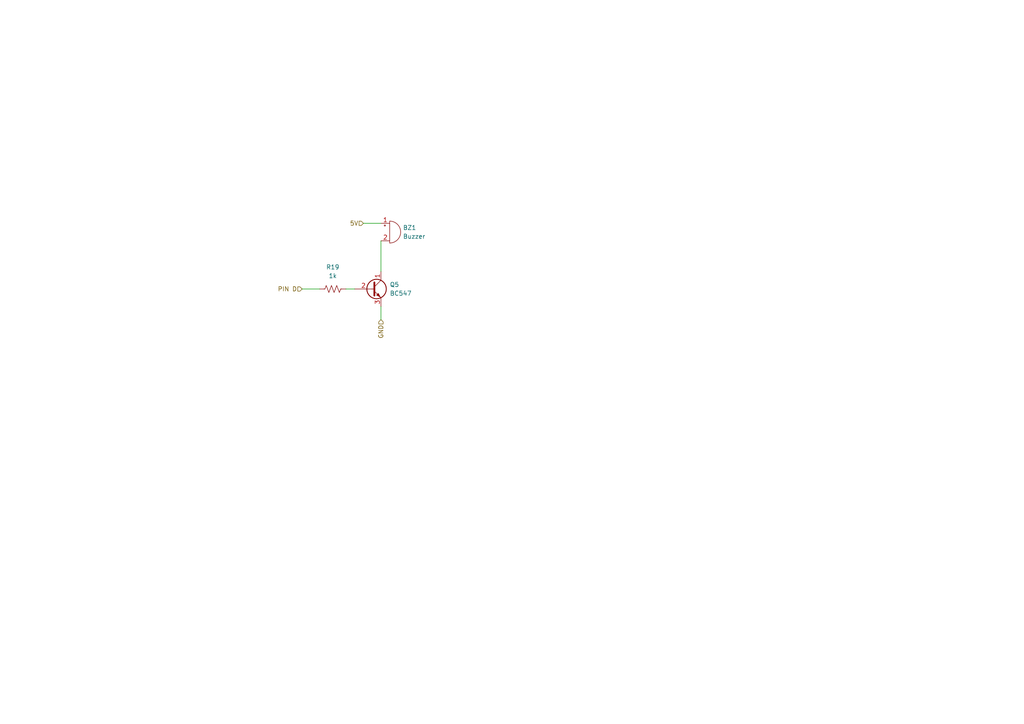
<source format=kicad_sch>
(kicad_sch (version 20231120) (generator "eeschema") (generator_version "8.0")
  (paper "A4")
  (lib_symbols
    (symbol "Device:Buzzer" (pin_names (offset 0.0254) hide)
      (property "Reference" "BZ" (at 3.81 1.27 0))
      (property "Value" "Buzzer" (at 3.81 -1.27 0))
      (symbol "Buzzer_0_1"
        (arc (start 0 -3.175) (mid 3.1612 0) (end 0 3.175))
        (polyline (pts (xy -1.651 1.905) (xy -1.143 1.905)))
        (polyline (pts (xy -1.397 2.159) (xy -1.397 1.651)))
        (polyline (pts (xy 0 3.175) (xy 0 -3.175)))
      )
      (symbol "Buzzer_1_1"
        (pin passive line (at -2.54 2.54 0) (length 2.54) (name "+") (number "1"))
        (pin passive line (at -2.54 -2.54 0) (length 2.54) (name "-") (number "2"))
      )
    )
    (symbol "Device:R_US" (pin_numbers hide) (pin_names (offset 0))
      (property "Reference" "R" (at 2.54 0 90))
      (property "Value" "R_US" (at -2.54 0 90))
      (symbol "R_US_0_1"
        (polyline (pts (xy 0 -2.286) (xy 0 -2.54)))
        (polyline (pts (xy 0 2.286) (xy 0 2.54)))
        (polyline (pts (xy 0 -0.762) (xy 1.016 -1.143) (xy 0 -1.524) (xy -1.016 -1.905) (xy 0 -2.286)))
        (polyline (pts (xy 0 0.762) (xy 1.016 0.381) (xy 0 0) (xy -1.016 -0.381) (xy 0 -0.762)))
        (polyline (pts (xy 0 2.286) (xy 1.016 1.905) (xy 0 1.524) (xy -1.016 1.143) (xy 0 0.762)))
      )
      (symbol "R_US_1_1"
        (pin passive line (at 0 3.81 270) (length 1.27) (name "~") (number "1"))
        (pin passive line (at 0 -3.81 90) (length 1.27) (name "~") (number "2"))
      )
    )
    (symbol "Transistor_BJT:BC547" (pin_names (offset 0) hide)
      (property "Reference" "Q" (at 5.08 1.905 0))
      (property "Value" "BC547" (at 5.08 0 0))
      (symbol "BC547_0_1"
        (polyline (pts (xy 0 0) (xy 0.635 0)))
        (polyline (pts (xy 0.635 0.635) (xy 2.54 2.54)))
        (polyline (pts (xy 0.635 -0.635) (xy 2.54 -2.54) (xy 2.54 -2.54)))
        (polyline (pts (xy 0.635 1.905) (xy 0.635 -1.905) (xy 0.635 -1.905)) (stroke (width 0.508)))
        (polyline (pts (xy 1.27 -1.778) (xy 1.778 -1.27) (xy 2.286 -2.286) (xy 1.27 -1.778) (xy 1.27 -1.778)) (fill (type outline)))
        (circle (center 1.27 0) (radius 2.8194) (stroke (width 0.254)))
      )
      (symbol "BC547_1_1"
        (pin passive line (at 2.54 5.08 270) (length 2.54) (name "C") (number "1"))
        (pin input line (at -5.08 0 0) (length 5.08) (name "B") (number "2"))
        (pin passive line (at 2.54 -5.08 90) (length 2.54) (name "E") (number "3"))
      )
    )
  )
  (wire (pts (xy 110.49 88.9) (xy 110.49 92.71)))
  (wire (pts (xy 105.41 64.77) (xy 110.49 64.77)))
  (wire (pts (xy 110.49 69.85) (xy 110.49 78.74)))
  (wire (pts (xy 100.33 83.82) (xy 102.87 83.82)))
  (wire (pts (xy 87.63 83.82) (xy 92.71 83.82)))
  (hierarchical_label "5V" (shape input) (at 105.41 64.77 180))
  (hierarchical_label "PIN D" (shape input) (at 87.63 83.82 180))
  (hierarchical_label "GND" (shape input) (at 110.49 92.71 270))
  (symbol (lib_id "Device:R_US") (at 96.52 83.82 90) (unit 1)
    (property "Reference" "R19" (at 96.52 77.47 90))
    (property "Value" "1k" (at 96.52 80.01 90))
    (property "Footprint" "Resistor_SMD:R_0402_1005Metric_Pad0.72x0.64mm_HandSolder" (effects (hide yes)))
    (property "Description" "Resistor, US symbol" (effects (hide yes)))
  )
  (symbol (lib_id "Transistor_BJT:BC547") (at 107.95 83.82 0) (unit 1)
    (property "Reference" "Q5" (at 113.03 82.5499 0) (effects (justify left)))
    (property "Value" "BC547" (at 113.03 85.0899 0) (effects (justify left)))
    (property "Footprint" "Package_TO_SOT_THT:TO-92_Inline_Wide" (effects (hide yes)))
    (property "Datasheet" "https://www.onsemi.com/pub/Collateral/BC550-D.pdf" (effects (hide yes)))
    (property "Description" "0.1A Ic, 45V Vce, Small Signal NPN Transistor, TO-92" (effects (hide yes)))
  )
  (symbol (lib_id "Device:Buzzer") (at 113.03 67.31 0) (unit 1)
    (property "Reference" "BZ1" (at 116.84 66.0399 0) (effects (justify left)))
    (property "Value" "Buzzer" (at 116.84 68.5799 0) (effects (justify left)))
    (property "Footprint" "Buzzer_Beeper:Buzzer_12x9.5RM7.6" (effects (hide yes)))
    (property "Description" "Buzzer, polarized" (effects (hide yes)))
  )
)
</source>
